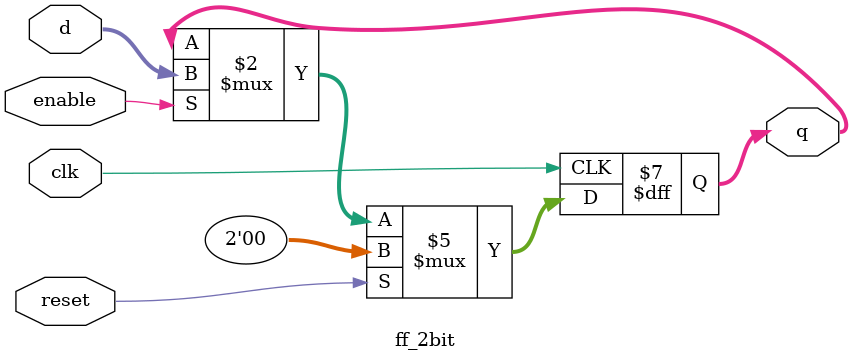
<source format=v>
`timescale 1ns / 1ps

module conditional_logic( input clk,reset,
input [3:0]cond,
input [3:0]alu_flag,
input [1:0]flagW,
input regW,memW,pcs,
output pc_src,reg_write,mem_write
    );
    wire [1:0]flag_write;
    wire [3:0] alu_flag_check;
    wire condex;
 ff_2bit ff1( clk , reset,flag_write[1],alu_flag[3:2],alu_flag_check[3:2]);
 ff_2bit ff2( clk , reset,flag_write[0],alu_flag[1:0],alu_flag_check[1:0]);
 cond_checker cond_check(cond,alu_flag_check,condex);
 assign flag_write = flagW & {2{condex}};
 assign mem_write = memW & condex;
 assign  reg_write= regW & condex;
 assign pc_src = pcs & condex;
endmodule


module cond_checker(
input [3:0]cond,
input [3:0] alu_flag_check,
output reg CondEx
);
reg neg , zero ,carry, overflow;

always@(*)
begin 
{neg,zero,carry,overflow} = alu_flag_check;
case(cond)
      4'b0000: CondEx = zero; // EQ
      4'b0001: CondEx = ~zero; // NE
      4'b0010: CondEx = carry; // CS
      4'b0011: CondEx = ~carry; // CC
      4'b0100: CondEx = neg; // MI
      4'b0101: CondEx = ~neg; // PL
      4'b0110: CondEx = overflow; // VS
      4'b0111: CondEx = ~overflow; // VC
      4'b1000: CondEx = carry & ~zero; // HI
      4'b1001: CondEx = ~(carry & ~zero); // LS
      4'b1010: CondEx = ~(neg ^overflow); // GE
      4'b1011: CondEx = (neg ^overflow); // LT
      4'b1100: CondEx = ~zero & ~(neg ^overflow); // GT
      4'b1101: CondEx = zero & (neg ^overflow);  // LE
      4'b1110: CondEx = 1'b1; // Always
      default: CondEx = 1'bx; 
    endcase
end 

endmodule

module ff_2bit(input clk,reset,enable,
input [1:0] d,
output reg [1:0]q);
always@(posedge clk)
begin 
if(reset) q<=2'b00;
else if(enable) q<=d;

end 
endmodule 

</source>
